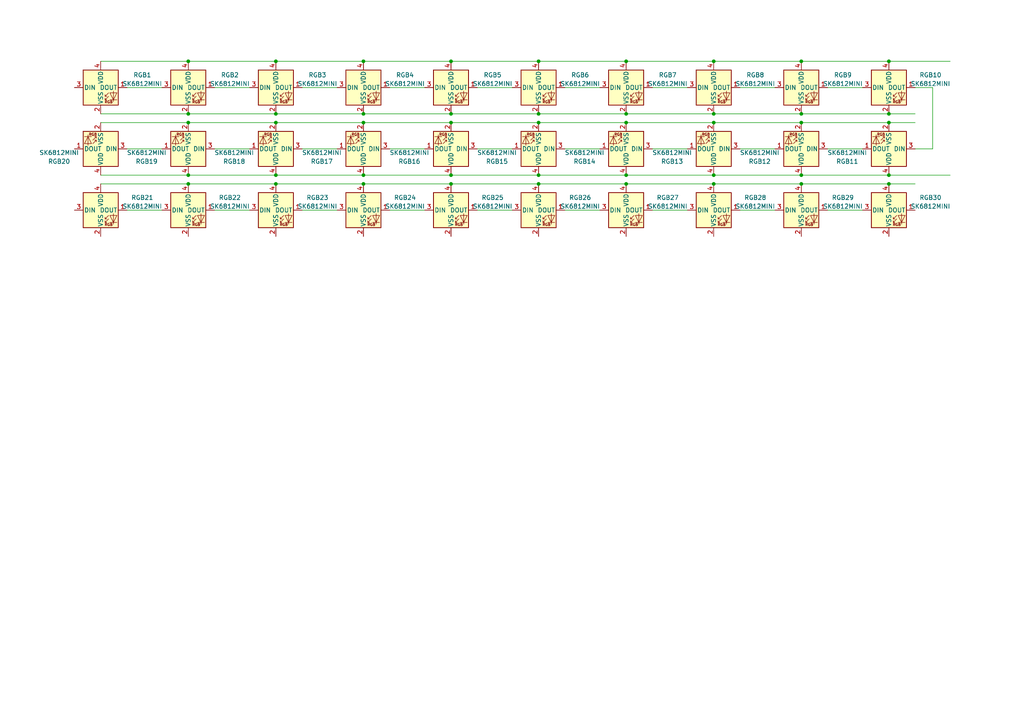
<source format=kicad_sch>
(kicad_sch (version 20230121) (generator eeschema)
  (paper "A4")
  (lib_symbols
    (symbol "LED:SK6812MINI" (pin_names (offset 0.254))
      (property "Reference" "D" (at 5.08 5.715 0))
      (property "Value" "SK6812MINI" (at 1.27 -5.715 0))
      (symbol "SK6812MINI_0_0"
        (text "RGB" (at 2.286 -4.191 0) (effects (font (size 0.762 0.762))))
      )
      (symbol "SK6812MINI_0_1"
        (polyline (pts (xy 1.27 -3.556) (xy 1.778 -3.556)))
        (polyline (pts (xy 1.27 -2.54) (xy 1.778 -2.54)))
        (polyline (pts (xy 4.699 -3.556) (xy 2.667 -3.556)))
        (polyline (pts (xy 2.286 -2.54) (xy 1.27 -3.556) (xy 1.27 -3.048)))
        (polyline (pts (xy 2.286 -1.524) (xy 1.27 -2.54) (xy 1.27 -2.032)))
        (polyline (pts (xy 3.683 -1.016) (xy 3.683 -3.556) (xy 3.683 -4.064)))
        (polyline (pts (xy 4.699 -1.524) (xy 2.667 -1.524) (xy 3.683 -3.556) (xy 4.699 -1.524)))
        (rectangle (start 5.08 5.08) (end -5.08 -5.08) (stroke (width 0.254)) (fill (type background)))
      )
      (symbol "SK6812MINI_1_1"
        (pin output line (at 7.62 0 180) (length 2.54) (name "DOUT") (number "1"))
        (pin power_in line (at 0 -7.62 90) (length 2.54) (name "VSS") (number "2"))
        (pin input line (at -7.62 0 0) (length 2.54) (name "DIN") (number "3"))
        (pin power_in line (at 0 7.62 270) (length 2.54) (name "VDD") (number "4"))
      )
    )
  )
  (junction (at 105.41 35.56))
  (junction (at 54.61 53.34))
  (junction (at 156.21 33.02))
  (junction (at 130.81 53.34))
  (junction (at 105.41 33.02))
  (junction (at 232.41 53.34))
  (junction (at 54.61 17.78))
  (junction (at 181.61 17.78))
  (junction (at 130.81 50.8))
  (junction (at 54.61 35.56))
  (junction (at 207.01 33.02))
  (junction (at 80.01 33.02))
  (junction (at 232.41 33.02))
  (junction (at 80.01 17.78))
  (junction (at 257.81 35.56))
  (junction (at 105.41 53.34))
  (junction (at 257.81 33.02))
  (junction (at 181.61 35.56))
  (junction (at 54.61 33.02))
  (junction (at 257.81 17.78))
  (junction (at 105.41 17.78))
  (junction (at 156.21 50.8))
  (junction (at 80.01 35.56))
  (junction (at 257.81 53.34))
  (junction (at 257.81 50.8))
  (junction (at 207.01 50.8))
  (junction (at 80.01 50.8))
  (junction (at 232.41 17.78))
  (junction (at 232.41 35.56))
  (junction (at 156.21 53.34))
  (junction (at 105.41 50.8))
  (junction (at 156.21 17.78))
  (junction (at 156.21 35.56))
  (junction (at 207.01 17.78))
  (junction (at 181.61 53.34))
  (junction (at 207.01 53.34))
  (junction (at 54.61 50.8))
  (junction (at 181.61 50.8))
  (junction (at 130.81 33.02))
  (junction (at 80.01 53.34))
  (junction (at 181.61 33.02))
  (junction (at 130.81 17.78))
  (junction (at 232.41 50.8))
  (junction (at 207.01 35.56))
  (junction (at 130.81 35.56))
  (wire (pts (xy 62.23 60.96) (xy 72.39 60.96)))
  (wire (pts (xy 80.01 33.02) (xy 105.41 33.02)))
  (wire (pts (xy 207.01 35.56) (xy 181.61 35.56)))
  (wire (pts (xy 163.83 25.4) (xy 173.99 25.4)))
  (wire (pts (xy 87.63 60.96) (xy 97.79 60.96)))
  (wire (pts (xy 62.23 43.18) (xy 72.39 43.18)))
  (wire (pts (xy 232.41 35.56) (xy 207.01 35.56)))
  (wire (pts (xy 113.03 60.96) (xy 123.19 60.96)))
  (wire (pts (xy 207.01 50.8) (xy 232.41 50.8)))
  (wire (pts (xy 240.03 25.4) (xy 250.19 25.4)))
  (wire (pts (xy 189.23 25.4) (xy 199.39 25.4)))
  (wire (pts (xy 181.61 17.78) (xy 207.01 17.78)))
  (wire (pts (xy 257.81 53.34) (xy 232.41 53.34)))
  (wire (pts (xy 80.01 53.34) (xy 54.61 53.34)))
  (wire (pts (xy 265.43 53.34) (xy 257.81 53.34)))
  (wire (pts (xy 156.21 17.78) (xy 181.61 17.78)))
  (wire (pts (xy 189.23 43.18) (xy 199.39 43.18)))
  (wire (pts (xy 105.41 35.56) (xy 80.01 35.56)))
  (wire (pts (xy 54.61 17.78) (xy 80.01 17.78)))
  (wire (pts (xy 54.61 35.56) (xy 29.21 35.56)))
  (wire (pts (xy 265.43 25.4) (xy 270.51 25.4)))
  (wire (pts (xy 80.01 35.56) (xy 54.61 35.56)))
  (wire (pts (xy 36.83 60.96) (xy 46.99 60.96)))
  (wire (pts (xy 138.43 60.96) (xy 148.59 60.96)))
  (wire (pts (xy 156.21 50.8) (xy 181.61 50.8)))
  (wire (pts (xy 214.63 43.18) (xy 224.79 43.18)))
  (wire (pts (xy 257.81 35.56) (xy 232.41 35.56)))
  (wire (pts (xy 113.03 43.18) (xy 123.19 43.18)))
  (wire (pts (xy 232.41 33.02) (xy 257.81 33.02)))
  (wire (pts (xy 113.03 25.4) (xy 123.19 25.4)))
  (wire (pts (xy 80.01 50.8) (xy 105.41 50.8)))
  (wire (pts (xy 240.03 60.96) (xy 250.19 60.96)))
  (wire (pts (xy 54.61 50.8) (xy 80.01 50.8)))
  (wire (pts (xy 257.81 33.02) (xy 265.43 33.02)))
  (wire (pts (xy 214.63 60.96) (xy 224.79 60.96)))
  (wire (pts (xy 87.63 25.4) (xy 97.79 25.4)))
  (wire (pts (xy 270.51 25.4) (xy 270.51 43.18)))
  (wire (pts (xy 207.01 53.34) (xy 181.61 53.34)))
  (wire (pts (xy 163.83 43.18) (xy 173.99 43.18)))
  (wire (pts (xy 163.83 60.96) (xy 173.99 60.96)))
  (wire (pts (xy 214.63 25.4) (xy 224.79 25.4)))
  (wire (pts (xy 130.81 33.02) (xy 156.21 33.02)))
  (wire (pts (xy 240.03 43.18) (xy 250.19 43.18)))
  (wire (pts (xy 156.21 35.56) (xy 130.81 35.56)))
  (wire (pts (xy 257.81 17.78) (xy 275.59 17.78)))
  (wire (pts (xy 36.83 25.4) (xy 46.99 25.4)))
  (wire (pts (xy 181.61 33.02) (xy 207.01 33.02)))
  (wire (pts (xy 156.21 33.02) (xy 181.61 33.02)))
  (wire (pts (xy 257.81 50.8) (xy 275.59 50.8)))
  (wire (pts (xy 105.41 50.8) (xy 130.81 50.8)))
  (wire (pts (xy 87.63 43.18) (xy 97.79 43.18)))
  (wire (pts (xy 36.83 43.18) (xy 46.99 43.18)))
  (wire (pts (xy 80.01 17.78) (xy 105.41 17.78)))
  (wire (pts (xy 181.61 50.8) (xy 207.01 50.8)))
  (wire (pts (xy 130.81 35.56) (xy 105.41 35.56)))
  (wire (pts (xy 270.51 43.18) (xy 265.43 43.18)))
  (wire (pts (xy 181.61 53.34) (xy 156.21 53.34)))
  (wire (pts (xy 29.21 33.02) (xy 54.61 33.02)))
  (wire (pts (xy 105.41 17.78) (xy 130.81 17.78)))
  (wire (pts (xy 105.41 53.34) (xy 80.01 53.34)))
  (wire (pts (xy 138.43 43.18) (xy 148.59 43.18)))
  (wire (pts (xy 232.41 17.78) (xy 257.81 17.78)))
  (wire (pts (xy 207.01 33.02) (xy 232.41 33.02)))
  (wire (pts (xy 105.41 33.02) (xy 130.81 33.02)))
  (wire (pts (xy 265.43 35.56) (xy 257.81 35.56)))
  (wire (pts (xy 54.61 33.02) (xy 80.01 33.02)))
  (wire (pts (xy 181.61 35.56) (xy 156.21 35.56)))
  (wire (pts (xy 156.21 53.34) (xy 130.81 53.34)))
  (wire (pts (xy 189.23 60.96) (xy 199.39 60.96)))
  (wire (pts (xy 232.41 50.8) (xy 257.81 50.8)))
  (wire (pts (xy 232.41 53.34) (xy 207.01 53.34)))
  (wire (pts (xy 29.21 50.8) (xy 54.61 50.8)))
  (wire (pts (xy 62.23 25.4) (xy 72.39 25.4)))
  (wire (pts (xy 138.43 25.4) (xy 148.59 25.4)))
  (wire (pts (xy 29.21 17.78) (xy 54.61 17.78)))
  (wire (pts (xy 130.81 17.78) (xy 156.21 17.78)))
  (wire (pts (xy 54.61 53.34) (xy 29.21 53.34)))
  (wire (pts (xy 130.81 53.34) (xy 105.41 53.34)))
  (wire (pts (xy 207.01 17.78) (xy 232.41 17.78)))
  (wire (pts (xy 130.81 50.8) (xy 156.21 50.8)))
  (symbol (lib_id "LED:SK6812MINI") (at 207.01 43.18 180) (unit 1)
    (property "Reference" "RGB13" (at 194.945 46.8279 0))
    (property "Value" "SK6812MINI" (at 194.945 44.2879 0))
    (property "Footprint" "RGB_Addressable:SK6812_Mini_3535" (effects hide))
    (property "Datasheet" "https://cdn-shop.adafruit.com/product-files/2686/SK6812MINI_REV.01-1-2.pdf" (effects hide))
  )
  (symbol (lib_id "LED:SK6812MINI") (at 105.41 60.96 0) (unit 1)
    (property "Reference" "RGB24" (at 117.475 57.3121 0))
    (property "Value" "SK6812MINI" (at 117.475 59.8521 0))
    (property "Footprint" "RGB_Addressable:SK6812_Mini_3535" (effects hide))
    (property "Datasheet" "https://cdn-shop.adafruit.com/product-files/2686/SK6812MINI_REV.01-1-2.pdf" (effects hide))
  )
  (symbol (lib_id "LED:SK6812MINI") (at 207.01 25.4 0) (unit 1)
    (property "Reference" "RGB8" (at 219.075 21.7521 0))
    (property "Value" "SK6812MINI" (at 219.075 24.2921 0))
    (property "Footprint" "RGB_Addressable:SK6812_Mini_3535" (effects hide))
    (property "Datasheet" "https://cdn-shop.adafruit.com/product-files/2686/SK6812MINI_REV.01-1-2.pdf" (effects hide))
  )
  (symbol (lib_id "LED:SK6812MINI") (at 130.81 60.96 0) (unit 1)
    (property "Reference" "RGB25" (at 142.875 57.3121 0))
    (property "Value" "SK6812MINI" (at 142.875 59.8521 0))
    (property "Footprint" "RGB_Addressable:SK6812_Mini_3535" (effects hide))
    (property "Datasheet" "https://cdn-shop.adafruit.com/product-files/2686/SK6812MINI_REV.01-1-2.pdf" (effects hide))
  )
  (symbol (lib_id "LED:SK6812MINI") (at 130.81 25.4 0) (unit 1)
    (property "Reference" "RGB5" (at 142.875 21.7521 0))
    (property "Value" "SK6812MINI" (at 142.875 24.2921 0))
    (property "Footprint" "RGB_Addressable:SK6812_Mini_3535" (effects hide))
    (property "Datasheet" "https://cdn-shop.adafruit.com/product-files/2686/SK6812MINI_REV.01-1-2.pdf" (effects hide))
  )
  (symbol (lib_id "LED:SK6812MINI") (at 80.01 43.18 180) (unit 1)
    (property "Reference" "RGB18" (at 67.945 46.8279 0))
    (property "Value" "SK6812MINI" (at 67.945 44.2879 0))
    (property "Footprint" "RGB_Addressable:SK6812_Mini_3535" (effects hide))
    (property "Datasheet" "https://cdn-shop.adafruit.com/product-files/2686/SK6812MINI_REV.01-1-2.pdf" (effects hide))
  )
  (symbol (lib_id "LED:SK6812MINI") (at 257.81 25.4 0) (unit 1)
    (property "Reference" "RGB10" (at 269.875 21.7521 0))
    (property "Value" "SK6812MINI" (at 269.875 24.2921 0))
    (property "Footprint" "RGB_Addressable:SK6812_Mini_3535" (effects hide))
    (property "Datasheet" "https://cdn-shop.adafruit.com/product-files/2686/SK6812MINI_REV.01-1-2.pdf" (effects hide))
  )
  (symbol (lib_id "LED:SK6812MINI") (at 257.81 43.18 180) (unit 1)
    (property "Reference" "RGB11" (at 245.745 46.8279 0))
    (property "Value" "SK6812MINI" (at 245.745 44.2879 0))
    (property "Footprint" "RGB_Addressable:SK6812_Mini_3535" (effects hide))
    (property "Datasheet" "https://cdn-shop.adafruit.com/product-files/2686/SK6812MINI_REV.01-1-2.pdf" (effects hide))
  )
  (symbol (lib_id "LED:SK6812MINI") (at 29.21 25.4 0) (unit 1)
    (property "Reference" "RGB1" (at 41.275 21.7521 0))
    (property "Value" "SK6812MINI" (at 41.275 24.2921 0))
    (property "Footprint" "RGB_Addressable:SK6812_Mini_3535" (effects hide))
    (property "Datasheet" "https://cdn-shop.adafruit.com/product-files/2686/SK6812MINI_REV.01-1-2.pdf" (effects hide))
  )
  (symbol (lib_id "LED:SK6812MINI") (at 29.21 43.18 180) (unit 1)
    (property "Reference" "RGB20" (at 17.145 46.8279 0))
    (property "Value" "SK6812MINI" (at 17.145 44.2879 0))
    (property "Footprint" "RGB_Addressable:SK6812_Mini_3535" (effects hide))
    (property "Datasheet" "https://cdn-shop.adafruit.com/product-files/2686/SK6812MINI_REV.01-1-2.pdf" (effects hide))
  )
  (symbol (lib_id "LED:SK6812MINI") (at 181.61 25.4 0) (unit 1)
    (property "Reference" "RGB7" (at 193.675 21.7521 0))
    (property "Value" "SK6812MINI" (at 193.675 24.2921 0))
    (property "Footprint" "RGB_Addressable:SK6812_Mini_3535" (effects hide))
    (property "Datasheet" "https://cdn-shop.adafruit.com/product-files/2686/SK6812MINI_REV.01-1-2.pdf" (effects hide))
  )
  (symbol (lib_id "LED:SK6812MINI") (at 54.61 60.96 0) (unit 1)
    (property "Reference" "RGB22" (at 66.675 57.3121 0))
    (property "Value" "SK6812MINI" (at 66.675 59.8521 0))
    (property "Footprint" "RGB_Addressable:SK6812_Mini_3535" (effects hide))
    (property "Datasheet" "https://cdn-shop.adafruit.com/product-files/2686/SK6812MINI_REV.01-1-2.pdf" (effects hide))
  )
  (symbol (lib_id "LED:SK6812MINI") (at 232.41 43.18 180) (unit 1)
    (property "Reference" "RGB12" (at 220.345 46.8279 0))
    (property "Value" "SK6812MINI" (at 220.345 44.2879 0))
    (property "Footprint" "RGB_Addressable:SK6812_Mini_3535" (effects hide))
    (property "Datasheet" "https://cdn-shop.adafruit.com/product-files/2686/SK6812MINI_REV.01-1-2.pdf" (effects hide))
  )
  (symbol (lib_id "LED:SK6812MINI") (at 156.21 43.18 180) (unit 1)
    (property "Reference" "RGB15" (at 144.145 46.8279 0))
    (property "Value" "SK6812MINI" (at 144.145 44.2879 0))
    (property "Footprint" "RGB_Addressable:SK6812_Mini_3535" (effects hide))
    (property "Datasheet" "https://cdn-shop.adafruit.com/product-files/2686/SK6812MINI_REV.01-1-2.pdf" (effects hide))
  )
  (symbol (lib_id "LED:SK6812MINI") (at 257.81 60.96 0) (unit 1)
    (property "Reference" "RGB30" (at 269.875 57.3121 0))
    (property "Value" "SK6812MINI" (at 269.875 59.8521 0))
    (property "Footprint" "RGB_Addressable:SK6812_Mini_3535" (effects hide))
    (property "Datasheet" "https://cdn-shop.adafruit.com/product-files/2686/SK6812MINI_REV.01-1-2.pdf" (effects hide))
  )
  (symbol (lib_id "LED:SK6812MINI") (at 130.81 43.18 180) (unit 1)
    (property "Reference" "RGB16" (at 118.745 46.8279 0))
    (property "Value" "SK6812MINI" (at 118.745 44.2879 0))
    (property "Footprint" "RGB_Addressable:SK6812_Mini_3535" (effects hide))
    (property "Datasheet" "https://cdn-shop.adafruit.com/product-files/2686/SK6812MINI_REV.01-1-2.pdf" (effects hide))
  )
  (symbol (lib_id "LED:SK6812MINI") (at 156.21 60.96 0) (unit 1)
    (property "Reference" "RGB26" (at 168.275 57.3121 0))
    (property "Value" "SK6812MINI" (at 168.275 59.8521 0))
    (property "Footprint" "RGB_Addressable:SK6812_Mini_3535" (effects hide))
    (property "Datasheet" "https://cdn-shop.adafruit.com/product-files/2686/SK6812MINI_REV.01-1-2.pdf" (effects hide))
  )
  (symbol (lib_id "LED:SK6812MINI") (at 207.01 60.96 0) (unit 1)
    (property "Reference" "RGB28" (at 219.075 57.3121 0))
    (property "Value" "SK6812MINI" (at 219.075 59.8521 0))
    (property "Footprint" "RGB_Addressable:SK6812_Mini_3535" (effects hide))
    (property "Datasheet" "https://cdn-shop.adafruit.com/product-files/2686/SK6812MINI_REV.01-1-2.pdf" (effects hide))
  )
  (symbol (lib_id "LED:SK6812MINI") (at 80.01 60.96 0) (unit 1)
    (property "Reference" "RGB23" (at 92.075 57.3121 0))
    (property "Value" "SK6812MINI" (at 92.075 59.8521 0))
    (property "Footprint" "RGB_Addressable:SK6812_Mini_3535" (effects hide))
    (property "Datasheet" "https://cdn-shop.adafruit.com/product-files/2686/SK6812MINI_REV.01-1-2.pdf" (effects hide))
  )
  (symbol (lib_id "LED:SK6812MINI") (at 105.41 25.4 0) (unit 1)
    (property "Reference" "RGB4" (at 117.475 21.7521 0))
    (property "Value" "SK6812MINI" (at 117.475 24.2921 0))
    (property "Footprint" "RGB_Addressable:SK6812_Mini_3535" (effects hide))
    (property "Datasheet" "https://cdn-shop.adafruit.com/product-files/2686/SK6812MINI_REV.01-1-2.pdf" (effects hide))
  )
  (symbol (lib_id "LED:SK6812MINI") (at 156.21 25.4 0) (unit 1)
    (property "Reference" "RGB6" (at 168.275 21.7521 0))
    (property "Value" "SK6812MINI" (at 168.275 24.2921 0))
    (property "Footprint" "RGB_Addressable:SK6812_Mini_3535" (effects hide))
    (property "Datasheet" "https://cdn-shop.adafruit.com/product-files/2686/SK6812MINI_REV.01-1-2.pdf" (effects hide))
  )
  (symbol (lib_id "LED:SK6812MINI") (at 80.01 25.4 0) (unit 1)
    (property "Reference" "RGB3" (at 92.075 21.7521 0))
    (property "Value" "SK6812MINI" (at 92.075 24.2921 0))
    (property "Footprint" "RGB_Addressable:SK6812_Mini_3535" (effects hide))
    (property "Datasheet" "https://cdn-shop.adafruit.com/product-files/2686/SK6812MINI_REV.01-1-2.pdf" (effects hide))
  )
  (symbol (lib_id "LED:SK6812MINI") (at 54.61 43.18 180) (unit 1)
    (property "Reference" "RGB19" (at 42.545 46.8279 0))
    (property "Value" "SK6812MINI" (at 42.545 44.2879 0))
    (property "Footprint" "RGB_Addressable:SK6812_Mini_3535" (effects hide))
    (property "Datasheet" "https://cdn-shop.adafruit.com/product-files/2686/SK6812MINI_REV.01-1-2.pdf" (effects hide))
  )
  (symbol (lib_id "LED:SK6812MINI") (at 181.61 60.96 0) (unit 1)
    (property "Reference" "RGB27" (at 193.675 57.3121 0))
    (property "Value" "SK6812MINI" (at 193.675 59.8521 0))
    (property "Footprint" "RGB_Addressable:SK6812_Mini_3535" (effects hide))
    (property "Datasheet" "https://cdn-shop.adafruit.com/product-files/2686/SK6812MINI_REV.01-1-2.pdf" (effects hide))
  )
  (symbol (lib_id "LED:SK6812MINI") (at 181.61 43.18 180) (unit 1)
    (property "Reference" "RGB14" (at 169.545 46.8279 0))
    (property "Value" "SK6812MINI" (at 169.545 44.2879 0))
    (property "Footprint" "RGB_Addressable:SK6812_Mini_3535" (effects hide))
    (property "Datasheet" "https://cdn-shop.adafruit.com/product-files/2686/SK6812MINI_REV.01-1-2.pdf" (effects hide))
  )
  (symbol (lib_id "LED:SK6812MINI") (at 105.41 43.18 180) (unit 1)
    (property "Reference" "RGB17" (at 93.345 46.8279 0))
    (property "Value" "SK6812MINI" (at 93.345 44.2879 0))
    (property "Footprint" "RGB_Addressable:SK6812_Mini_3535" (effects hide))
    (property "Datasheet" "https://cdn-shop.adafruit.com/product-files/2686/SK6812MINI_REV.01-1-2.pdf" (effects hide))
  )
  (symbol (lib_id "LED:SK6812MINI") (at 232.41 25.4 0) (unit 1)
    (property "Reference" "RGB9" (at 244.475 21.7521 0))
    (property "Value" "SK6812MINI" (at 244.475 24.2921 0))
    (property "Footprint" "RGB_Addressable:SK6812_Mini_3535" (effects hide))
    (property "Datasheet" "https://cdn-shop.adafruit.com/product-files/2686/SK6812MINI_REV.01-1-2.pdf" (effects hide))
  )
  (symbol (lib_id "LED:SK6812MINI") (at 29.21 60.96 0) (unit 1)
    (property "Reference" "RGB21" (at 41.275 57.3121 0))
    (property "Value" "SK6812MINI" (at 41.275 59.8521 0))
    (property "Footprint" "RGB_Addressable:SK6812_Mini_3535" (effects hide))
    (property "Datasheet" "https://cdn-shop.adafruit.com/product-files/2686/SK6812MINI_REV.01-1-2.pdf" (effects hide))
  )
  (symbol (lib_id "LED:SK6812MINI") (at 54.61 25.4 0) (unit 1)
    (property "Reference" "RGB2" (at 66.675 21.7521 0))
    (property "Value" "SK6812MINI" (at 66.675 24.2921 0))
    (property "Footprint" "RGB_Addressable:SK6812_Mini_3535" (effects hide))
    (property "Datasheet" "https://cdn-shop.adafruit.com/product-files/2686/SK6812MINI_REV.01-1-2.pdf" (effects hide))
  )
  (symbol (lib_id "LED:SK6812MINI") (at 232.41 60.96 0) (unit 1)
    (property "Reference" "RGB29" (at 244.475 57.3121 0))
    (property "Value" "SK6812MINI" (at 244.475 59.8521 0))
    (property "Footprint" "RGB_Addressable:SK6812_Mini_3535" (effects hide))
    (property "Datasheet" "https://cdn-shop.adafruit.com/product-files/2686/SK6812MINI_REV.01-1-2.pdf" (effects hide))
  )
)
</source>
